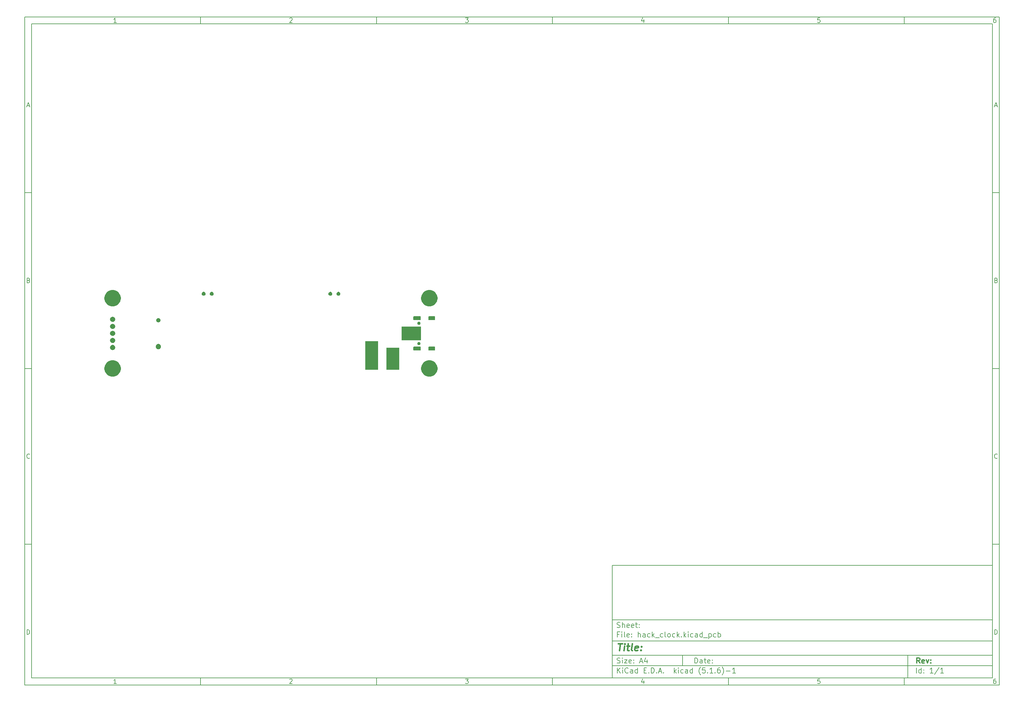
<source format=gbs>
G04 #@! TF.GenerationSoftware,KiCad,Pcbnew,(5.1.6)-1*
G04 #@! TF.CreationDate,2020-07-24T11:40:27+08:00*
G04 #@! TF.ProjectId,hack_clock,6861636b-5f63-46c6-9f63-6b2e6b696361,rev?*
G04 #@! TF.SameCoordinates,Original*
G04 #@! TF.FileFunction,Soldermask,Bot*
G04 #@! TF.FilePolarity,Negative*
%FSLAX46Y46*%
G04 Gerber Fmt 4.6, Leading zero omitted, Abs format (unit mm)*
G04 Created by KiCad (PCBNEW (5.1.6)-1) date 2020-07-24 11:40:27*
%MOMM*%
%LPD*%
G01*
G04 APERTURE LIST*
%ADD10C,0.150000*%
%ADD11C,0.300000*%
%ADD12C,0.400000*%
G04 APERTURE END LIST*
D10*
X177002200Y-166007200D02*
X177002200Y-198007200D01*
X285002200Y-198007200D01*
X285002200Y-166007200D01*
X177002200Y-166007200D01*
X10000000Y-10000000D02*
X10000000Y-200007200D01*
X287002200Y-200007200D01*
X287002200Y-10000000D01*
X10000000Y-10000000D01*
X12000000Y-12000000D02*
X12000000Y-198007200D01*
X285002200Y-198007200D01*
X285002200Y-12000000D01*
X12000000Y-12000000D01*
X60000000Y-12000000D02*
X60000000Y-10000000D01*
X110000000Y-12000000D02*
X110000000Y-10000000D01*
X160000000Y-12000000D02*
X160000000Y-10000000D01*
X210000000Y-12000000D02*
X210000000Y-10000000D01*
X260000000Y-12000000D02*
X260000000Y-10000000D01*
X36065476Y-11588095D02*
X35322619Y-11588095D01*
X35694047Y-11588095D02*
X35694047Y-10288095D01*
X35570238Y-10473809D01*
X35446428Y-10597619D01*
X35322619Y-10659523D01*
X85322619Y-10411904D02*
X85384523Y-10350000D01*
X85508333Y-10288095D01*
X85817857Y-10288095D01*
X85941666Y-10350000D01*
X86003571Y-10411904D01*
X86065476Y-10535714D01*
X86065476Y-10659523D01*
X86003571Y-10845238D01*
X85260714Y-11588095D01*
X86065476Y-11588095D01*
X135260714Y-10288095D02*
X136065476Y-10288095D01*
X135632142Y-10783333D01*
X135817857Y-10783333D01*
X135941666Y-10845238D01*
X136003571Y-10907142D01*
X136065476Y-11030952D01*
X136065476Y-11340476D01*
X136003571Y-11464285D01*
X135941666Y-11526190D01*
X135817857Y-11588095D01*
X135446428Y-11588095D01*
X135322619Y-11526190D01*
X135260714Y-11464285D01*
X185941666Y-10721428D02*
X185941666Y-11588095D01*
X185632142Y-10226190D02*
X185322619Y-11154761D01*
X186127380Y-11154761D01*
X236003571Y-10288095D02*
X235384523Y-10288095D01*
X235322619Y-10907142D01*
X235384523Y-10845238D01*
X235508333Y-10783333D01*
X235817857Y-10783333D01*
X235941666Y-10845238D01*
X236003571Y-10907142D01*
X236065476Y-11030952D01*
X236065476Y-11340476D01*
X236003571Y-11464285D01*
X235941666Y-11526190D01*
X235817857Y-11588095D01*
X235508333Y-11588095D01*
X235384523Y-11526190D01*
X235322619Y-11464285D01*
X285941666Y-10288095D02*
X285694047Y-10288095D01*
X285570238Y-10350000D01*
X285508333Y-10411904D01*
X285384523Y-10597619D01*
X285322619Y-10845238D01*
X285322619Y-11340476D01*
X285384523Y-11464285D01*
X285446428Y-11526190D01*
X285570238Y-11588095D01*
X285817857Y-11588095D01*
X285941666Y-11526190D01*
X286003571Y-11464285D01*
X286065476Y-11340476D01*
X286065476Y-11030952D01*
X286003571Y-10907142D01*
X285941666Y-10845238D01*
X285817857Y-10783333D01*
X285570238Y-10783333D01*
X285446428Y-10845238D01*
X285384523Y-10907142D01*
X285322619Y-11030952D01*
X60000000Y-198007200D02*
X60000000Y-200007200D01*
X110000000Y-198007200D02*
X110000000Y-200007200D01*
X160000000Y-198007200D02*
X160000000Y-200007200D01*
X210000000Y-198007200D02*
X210000000Y-200007200D01*
X260000000Y-198007200D02*
X260000000Y-200007200D01*
X36065476Y-199595295D02*
X35322619Y-199595295D01*
X35694047Y-199595295D02*
X35694047Y-198295295D01*
X35570238Y-198481009D01*
X35446428Y-198604819D01*
X35322619Y-198666723D01*
X85322619Y-198419104D02*
X85384523Y-198357200D01*
X85508333Y-198295295D01*
X85817857Y-198295295D01*
X85941666Y-198357200D01*
X86003571Y-198419104D01*
X86065476Y-198542914D01*
X86065476Y-198666723D01*
X86003571Y-198852438D01*
X85260714Y-199595295D01*
X86065476Y-199595295D01*
X135260714Y-198295295D02*
X136065476Y-198295295D01*
X135632142Y-198790533D01*
X135817857Y-198790533D01*
X135941666Y-198852438D01*
X136003571Y-198914342D01*
X136065476Y-199038152D01*
X136065476Y-199347676D01*
X136003571Y-199471485D01*
X135941666Y-199533390D01*
X135817857Y-199595295D01*
X135446428Y-199595295D01*
X135322619Y-199533390D01*
X135260714Y-199471485D01*
X185941666Y-198728628D02*
X185941666Y-199595295D01*
X185632142Y-198233390D02*
X185322619Y-199161961D01*
X186127380Y-199161961D01*
X236003571Y-198295295D02*
X235384523Y-198295295D01*
X235322619Y-198914342D01*
X235384523Y-198852438D01*
X235508333Y-198790533D01*
X235817857Y-198790533D01*
X235941666Y-198852438D01*
X236003571Y-198914342D01*
X236065476Y-199038152D01*
X236065476Y-199347676D01*
X236003571Y-199471485D01*
X235941666Y-199533390D01*
X235817857Y-199595295D01*
X235508333Y-199595295D01*
X235384523Y-199533390D01*
X235322619Y-199471485D01*
X285941666Y-198295295D02*
X285694047Y-198295295D01*
X285570238Y-198357200D01*
X285508333Y-198419104D01*
X285384523Y-198604819D01*
X285322619Y-198852438D01*
X285322619Y-199347676D01*
X285384523Y-199471485D01*
X285446428Y-199533390D01*
X285570238Y-199595295D01*
X285817857Y-199595295D01*
X285941666Y-199533390D01*
X286003571Y-199471485D01*
X286065476Y-199347676D01*
X286065476Y-199038152D01*
X286003571Y-198914342D01*
X285941666Y-198852438D01*
X285817857Y-198790533D01*
X285570238Y-198790533D01*
X285446428Y-198852438D01*
X285384523Y-198914342D01*
X285322619Y-199038152D01*
X10000000Y-60000000D02*
X12000000Y-60000000D01*
X10000000Y-110000000D02*
X12000000Y-110000000D01*
X10000000Y-160000000D02*
X12000000Y-160000000D01*
X10690476Y-35216666D02*
X11309523Y-35216666D01*
X10566666Y-35588095D02*
X11000000Y-34288095D01*
X11433333Y-35588095D01*
X11092857Y-84907142D02*
X11278571Y-84969047D01*
X11340476Y-85030952D01*
X11402380Y-85154761D01*
X11402380Y-85340476D01*
X11340476Y-85464285D01*
X11278571Y-85526190D01*
X11154761Y-85588095D01*
X10659523Y-85588095D01*
X10659523Y-84288095D01*
X11092857Y-84288095D01*
X11216666Y-84350000D01*
X11278571Y-84411904D01*
X11340476Y-84535714D01*
X11340476Y-84659523D01*
X11278571Y-84783333D01*
X11216666Y-84845238D01*
X11092857Y-84907142D01*
X10659523Y-84907142D01*
X11402380Y-135464285D02*
X11340476Y-135526190D01*
X11154761Y-135588095D01*
X11030952Y-135588095D01*
X10845238Y-135526190D01*
X10721428Y-135402380D01*
X10659523Y-135278571D01*
X10597619Y-135030952D01*
X10597619Y-134845238D01*
X10659523Y-134597619D01*
X10721428Y-134473809D01*
X10845238Y-134350000D01*
X11030952Y-134288095D01*
X11154761Y-134288095D01*
X11340476Y-134350000D01*
X11402380Y-134411904D01*
X10659523Y-185588095D02*
X10659523Y-184288095D01*
X10969047Y-184288095D01*
X11154761Y-184350000D01*
X11278571Y-184473809D01*
X11340476Y-184597619D01*
X11402380Y-184845238D01*
X11402380Y-185030952D01*
X11340476Y-185278571D01*
X11278571Y-185402380D01*
X11154761Y-185526190D01*
X10969047Y-185588095D01*
X10659523Y-185588095D01*
X287002200Y-60000000D02*
X285002200Y-60000000D01*
X287002200Y-110000000D02*
X285002200Y-110000000D01*
X287002200Y-160000000D02*
X285002200Y-160000000D01*
X285692676Y-35216666D02*
X286311723Y-35216666D01*
X285568866Y-35588095D02*
X286002200Y-34288095D01*
X286435533Y-35588095D01*
X286095057Y-84907142D02*
X286280771Y-84969047D01*
X286342676Y-85030952D01*
X286404580Y-85154761D01*
X286404580Y-85340476D01*
X286342676Y-85464285D01*
X286280771Y-85526190D01*
X286156961Y-85588095D01*
X285661723Y-85588095D01*
X285661723Y-84288095D01*
X286095057Y-84288095D01*
X286218866Y-84350000D01*
X286280771Y-84411904D01*
X286342676Y-84535714D01*
X286342676Y-84659523D01*
X286280771Y-84783333D01*
X286218866Y-84845238D01*
X286095057Y-84907142D01*
X285661723Y-84907142D01*
X286404580Y-135464285D02*
X286342676Y-135526190D01*
X286156961Y-135588095D01*
X286033152Y-135588095D01*
X285847438Y-135526190D01*
X285723628Y-135402380D01*
X285661723Y-135278571D01*
X285599819Y-135030952D01*
X285599819Y-134845238D01*
X285661723Y-134597619D01*
X285723628Y-134473809D01*
X285847438Y-134350000D01*
X286033152Y-134288095D01*
X286156961Y-134288095D01*
X286342676Y-134350000D01*
X286404580Y-134411904D01*
X285661723Y-185588095D02*
X285661723Y-184288095D01*
X285971247Y-184288095D01*
X286156961Y-184350000D01*
X286280771Y-184473809D01*
X286342676Y-184597619D01*
X286404580Y-184845238D01*
X286404580Y-185030952D01*
X286342676Y-185278571D01*
X286280771Y-185402380D01*
X286156961Y-185526190D01*
X285971247Y-185588095D01*
X285661723Y-185588095D01*
X200434342Y-193785771D02*
X200434342Y-192285771D01*
X200791485Y-192285771D01*
X201005771Y-192357200D01*
X201148628Y-192500057D01*
X201220057Y-192642914D01*
X201291485Y-192928628D01*
X201291485Y-193142914D01*
X201220057Y-193428628D01*
X201148628Y-193571485D01*
X201005771Y-193714342D01*
X200791485Y-193785771D01*
X200434342Y-193785771D01*
X202577200Y-193785771D02*
X202577200Y-193000057D01*
X202505771Y-192857200D01*
X202362914Y-192785771D01*
X202077200Y-192785771D01*
X201934342Y-192857200D01*
X202577200Y-193714342D02*
X202434342Y-193785771D01*
X202077200Y-193785771D01*
X201934342Y-193714342D01*
X201862914Y-193571485D01*
X201862914Y-193428628D01*
X201934342Y-193285771D01*
X202077200Y-193214342D01*
X202434342Y-193214342D01*
X202577200Y-193142914D01*
X203077200Y-192785771D02*
X203648628Y-192785771D01*
X203291485Y-192285771D02*
X203291485Y-193571485D01*
X203362914Y-193714342D01*
X203505771Y-193785771D01*
X203648628Y-193785771D01*
X204720057Y-193714342D02*
X204577200Y-193785771D01*
X204291485Y-193785771D01*
X204148628Y-193714342D01*
X204077200Y-193571485D01*
X204077200Y-193000057D01*
X204148628Y-192857200D01*
X204291485Y-192785771D01*
X204577200Y-192785771D01*
X204720057Y-192857200D01*
X204791485Y-193000057D01*
X204791485Y-193142914D01*
X204077200Y-193285771D01*
X205434342Y-193642914D02*
X205505771Y-193714342D01*
X205434342Y-193785771D01*
X205362914Y-193714342D01*
X205434342Y-193642914D01*
X205434342Y-193785771D01*
X205434342Y-192857200D02*
X205505771Y-192928628D01*
X205434342Y-193000057D01*
X205362914Y-192928628D01*
X205434342Y-192857200D01*
X205434342Y-193000057D01*
X177002200Y-194507200D02*
X285002200Y-194507200D01*
X178434342Y-196585771D02*
X178434342Y-195085771D01*
X179291485Y-196585771D02*
X178648628Y-195728628D01*
X179291485Y-195085771D02*
X178434342Y-195942914D01*
X179934342Y-196585771D02*
X179934342Y-195585771D01*
X179934342Y-195085771D02*
X179862914Y-195157200D01*
X179934342Y-195228628D01*
X180005771Y-195157200D01*
X179934342Y-195085771D01*
X179934342Y-195228628D01*
X181505771Y-196442914D02*
X181434342Y-196514342D01*
X181220057Y-196585771D01*
X181077200Y-196585771D01*
X180862914Y-196514342D01*
X180720057Y-196371485D01*
X180648628Y-196228628D01*
X180577200Y-195942914D01*
X180577200Y-195728628D01*
X180648628Y-195442914D01*
X180720057Y-195300057D01*
X180862914Y-195157200D01*
X181077200Y-195085771D01*
X181220057Y-195085771D01*
X181434342Y-195157200D01*
X181505771Y-195228628D01*
X182791485Y-196585771D02*
X182791485Y-195800057D01*
X182720057Y-195657200D01*
X182577200Y-195585771D01*
X182291485Y-195585771D01*
X182148628Y-195657200D01*
X182791485Y-196514342D02*
X182648628Y-196585771D01*
X182291485Y-196585771D01*
X182148628Y-196514342D01*
X182077200Y-196371485D01*
X182077200Y-196228628D01*
X182148628Y-196085771D01*
X182291485Y-196014342D01*
X182648628Y-196014342D01*
X182791485Y-195942914D01*
X184148628Y-196585771D02*
X184148628Y-195085771D01*
X184148628Y-196514342D02*
X184005771Y-196585771D01*
X183720057Y-196585771D01*
X183577200Y-196514342D01*
X183505771Y-196442914D01*
X183434342Y-196300057D01*
X183434342Y-195871485D01*
X183505771Y-195728628D01*
X183577200Y-195657200D01*
X183720057Y-195585771D01*
X184005771Y-195585771D01*
X184148628Y-195657200D01*
X186005771Y-195800057D02*
X186505771Y-195800057D01*
X186720057Y-196585771D02*
X186005771Y-196585771D01*
X186005771Y-195085771D01*
X186720057Y-195085771D01*
X187362914Y-196442914D02*
X187434342Y-196514342D01*
X187362914Y-196585771D01*
X187291485Y-196514342D01*
X187362914Y-196442914D01*
X187362914Y-196585771D01*
X188077200Y-196585771D02*
X188077200Y-195085771D01*
X188434342Y-195085771D01*
X188648628Y-195157200D01*
X188791485Y-195300057D01*
X188862914Y-195442914D01*
X188934342Y-195728628D01*
X188934342Y-195942914D01*
X188862914Y-196228628D01*
X188791485Y-196371485D01*
X188648628Y-196514342D01*
X188434342Y-196585771D01*
X188077200Y-196585771D01*
X189577200Y-196442914D02*
X189648628Y-196514342D01*
X189577200Y-196585771D01*
X189505771Y-196514342D01*
X189577200Y-196442914D01*
X189577200Y-196585771D01*
X190220057Y-196157200D02*
X190934342Y-196157200D01*
X190077200Y-196585771D02*
X190577200Y-195085771D01*
X191077200Y-196585771D01*
X191577200Y-196442914D02*
X191648628Y-196514342D01*
X191577200Y-196585771D01*
X191505771Y-196514342D01*
X191577200Y-196442914D01*
X191577200Y-196585771D01*
X194577200Y-196585771D02*
X194577200Y-195085771D01*
X194720057Y-196014342D02*
X195148628Y-196585771D01*
X195148628Y-195585771D02*
X194577200Y-196157200D01*
X195791485Y-196585771D02*
X195791485Y-195585771D01*
X195791485Y-195085771D02*
X195720057Y-195157200D01*
X195791485Y-195228628D01*
X195862914Y-195157200D01*
X195791485Y-195085771D01*
X195791485Y-195228628D01*
X197148628Y-196514342D02*
X197005771Y-196585771D01*
X196720057Y-196585771D01*
X196577200Y-196514342D01*
X196505771Y-196442914D01*
X196434342Y-196300057D01*
X196434342Y-195871485D01*
X196505771Y-195728628D01*
X196577200Y-195657200D01*
X196720057Y-195585771D01*
X197005771Y-195585771D01*
X197148628Y-195657200D01*
X198434342Y-196585771D02*
X198434342Y-195800057D01*
X198362914Y-195657200D01*
X198220057Y-195585771D01*
X197934342Y-195585771D01*
X197791485Y-195657200D01*
X198434342Y-196514342D02*
X198291485Y-196585771D01*
X197934342Y-196585771D01*
X197791485Y-196514342D01*
X197720057Y-196371485D01*
X197720057Y-196228628D01*
X197791485Y-196085771D01*
X197934342Y-196014342D01*
X198291485Y-196014342D01*
X198434342Y-195942914D01*
X199791485Y-196585771D02*
X199791485Y-195085771D01*
X199791485Y-196514342D02*
X199648628Y-196585771D01*
X199362914Y-196585771D01*
X199220057Y-196514342D01*
X199148628Y-196442914D01*
X199077200Y-196300057D01*
X199077200Y-195871485D01*
X199148628Y-195728628D01*
X199220057Y-195657200D01*
X199362914Y-195585771D01*
X199648628Y-195585771D01*
X199791485Y-195657200D01*
X202077200Y-197157200D02*
X202005771Y-197085771D01*
X201862914Y-196871485D01*
X201791485Y-196728628D01*
X201720057Y-196514342D01*
X201648628Y-196157200D01*
X201648628Y-195871485D01*
X201720057Y-195514342D01*
X201791485Y-195300057D01*
X201862914Y-195157200D01*
X202005771Y-194942914D01*
X202077200Y-194871485D01*
X203362914Y-195085771D02*
X202648628Y-195085771D01*
X202577200Y-195800057D01*
X202648628Y-195728628D01*
X202791485Y-195657200D01*
X203148628Y-195657200D01*
X203291485Y-195728628D01*
X203362914Y-195800057D01*
X203434342Y-195942914D01*
X203434342Y-196300057D01*
X203362914Y-196442914D01*
X203291485Y-196514342D01*
X203148628Y-196585771D01*
X202791485Y-196585771D01*
X202648628Y-196514342D01*
X202577200Y-196442914D01*
X204077200Y-196442914D02*
X204148628Y-196514342D01*
X204077200Y-196585771D01*
X204005771Y-196514342D01*
X204077200Y-196442914D01*
X204077200Y-196585771D01*
X205577200Y-196585771D02*
X204720057Y-196585771D01*
X205148628Y-196585771D02*
X205148628Y-195085771D01*
X205005771Y-195300057D01*
X204862914Y-195442914D01*
X204720057Y-195514342D01*
X206220057Y-196442914D02*
X206291485Y-196514342D01*
X206220057Y-196585771D01*
X206148628Y-196514342D01*
X206220057Y-196442914D01*
X206220057Y-196585771D01*
X207577200Y-195085771D02*
X207291485Y-195085771D01*
X207148628Y-195157200D01*
X207077200Y-195228628D01*
X206934342Y-195442914D01*
X206862914Y-195728628D01*
X206862914Y-196300057D01*
X206934342Y-196442914D01*
X207005771Y-196514342D01*
X207148628Y-196585771D01*
X207434342Y-196585771D01*
X207577200Y-196514342D01*
X207648628Y-196442914D01*
X207720057Y-196300057D01*
X207720057Y-195942914D01*
X207648628Y-195800057D01*
X207577200Y-195728628D01*
X207434342Y-195657200D01*
X207148628Y-195657200D01*
X207005771Y-195728628D01*
X206934342Y-195800057D01*
X206862914Y-195942914D01*
X208220057Y-197157200D02*
X208291485Y-197085771D01*
X208434342Y-196871485D01*
X208505771Y-196728628D01*
X208577200Y-196514342D01*
X208648628Y-196157200D01*
X208648628Y-195871485D01*
X208577200Y-195514342D01*
X208505771Y-195300057D01*
X208434342Y-195157200D01*
X208291485Y-194942914D01*
X208220057Y-194871485D01*
X209362914Y-196014342D02*
X210505771Y-196014342D01*
X212005771Y-196585771D02*
X211148628Y-196585771D01*
X211577200Y-196585771D02*
X211577200Y-195085771D01*
X211434342Y-195300057D01*
X211291485Y-195442914D01*
X211148628Y-195514342D01*
X177002200Y-191507200D02*
X285002200Y-191507200D01*
D11*
X264411485Y-193785771D02*
X263911485Y-193071485D01*
X263554342Y-193785771D02*
X263554342Y-192285771D01*
X264125771Y-192285771D01*
X264268628Y-192357200D01*
X264340057Y-192428628D01*
X264411485Y-192571485D01*
X264411485Y-192785771D01*
X264340057Y-192928628D01*
X264268628Y-193000057D01*
X264125771Y-193071485D01*
X263554342Y-193071485D01*
X265625771Y-193714342D02*
X265482914Y-193785771D01*
X265197200Y-193785771D01*
X265054342Y-193714342D01*
X264982914Y-193571485D01*
X264982914Y-193000057D01*
X265054342Y-192857200D01*
X265197200Y-192785771D01*
X265482914Y-192785771D01*
X265625771Y-192857200D01*
X265697200Y-193000057D01*
X265697200Y-193142914D01*
X264982914Y-193285771D01*
X266197200Y-192785771D02*
X266554342Y-193785771D01*
X266911485Y-192785771D01*
X267482914Y-193642914D02*
X267554342Y-193714342D01*
X267482914Y-193785771D01*
X267411485Y-193714342D01*
X267482914Y-193642914D01*
X267482914Y-193785771D01*
X267482914Y-192857200D02*
X267554342Y-192928628D01*
X267482914Y-193000057D01*
X267411485Y-192928628D01*
X267482914Y-192857200D01*
X267482914Y-193000057D01*
D10*
X178362914Y-193714342D02*
X178577200Y-193785771D01*
X178934342Y-193785771D01*
X179077200Y-193714342D01*
X179148628Y-193642914D01*
X179220057Y-193500057D01*
X179220057Y-193357200D01*
X179148628Y-193214342D01*
X179077200Y-193142914D01*
X178934342Y-193071485D01*
X178648628Y-193000057D01*
X178505771Y-192928628D01*
X178434342Y-192857200D01*
X178362914Y-192714342D01*
X178362914Y-192571485D01*
X178434342Y-192428628D01*
X178505771Y-192357200D01*
X178648628Y-192285771D01*
X179005771Y-192285771D01*
X179220057Y-192357200D01*
X179862914Y-193785771D02*
X179862914Y-192785771D01*
X179862914Y-192285771D02*
X179791485Y-192357200D01*
X179862914Y-192428628D01*
X179934342Y-192357200D01*
X179862914Y-192285771D01*
X179862914Y-192428628D01*
X180434342Y-192785771D02*
X181220057Y-192785771D01*
X180434342Y-193785771D01*
X181220057Y-193785771D01*
X182362914Y-193714342D02*
X182220057Y-193785771D01*
X181934342Y-193785771D01*
X181791485Y-193714342D01*
X181720057Y-193571485D01*
X181720057Y-193000057D01*
X181791485Y-192857200D01*
X181934342Y-192785771D01*
X182220057Y-192785771D01*
X182362914Y-192857200D01*
X182434342Y-193000057D01*
X182434342Y-193142914D01*
X181720057Y-193285771D01*
X183077200Y-193642914D02*
X183148628Y-193714342D01*
X183077200Y-193785771D01*
X183005771Y-193714342D01*
X183077200Y-193642914D01*
X183077200Y-193785771D01*
X183077200Y-192857200D02*
X183148628Y-192928628D01*
X183077200Y-193000057D01*
X183005771Y-192928628D01*
X183077200Y-192857200D01*
X183077200Y-193000057D01*
X184862914Y-193357200D02*
X185577200Y-193357200D01*
X184720057Y-193785771D02*
X185220057Y-192285771D01*
X185720057Y-193785771D01*
X186862914Y-192785771D02*
X186862914Y-193785771D01*
X186505771Y-192214342D02*
X186148628Y-193285771D01*
X187077200Y-193285771D01*
X263434342Y-196585771D02*
X263434342Y-195085771D01*
X264791485Y-196585771D02*
X264791485Y-195085771D01*
X264791485Y-196514342D02*
X264648628Y-196585771D01*
X264362914Y-196585771D01*
X264220057Y-196514342D01*
X264148628Y-196442914D01*
X264077200Y-196300057D01*
X264077200Y-195871485D01*
X264148628Y-195728628D01*
X264220057Y-195657200D01*
X264362914Y-195585771D01*
X264648628Y-195585771D01*
X264791485Y-195657200D01*
X265505771Y-196442914D02*
X265577200Y-196514342D01*
X265505771Y-196585771D01*
X265434342Y-196514342D01*
X265505771Y-196442914D01*
X265505771Y-196585771D01*
X265505771Y-195657200D02*
X265577200Y-195728628D01*
X265505771Y-195800057D01*
X265434342Y-195728628D01*
X265505771Y-195657200D01*
X265505771Y-195800057D01*
X268148628Y-196585771D02*
X267291485Y-196585771D01*
X267720057Y-196585771D02*
X267720057Y-195085771D01*
X267577200Y-195300057D01*
X267434342Y-195442914D01*
X267291485Y-195514342D01*
X269862914Y-195014342D02*
X268577200Y-196942914D01*
X271148628Y-196585771D02*
X270291485Y-196585771D01*
X270720057Y-196585771D02*
X270720057Y-195085771D01*
X270577200Y-195300057D01*
X270434342Y-195442914D01*
X270291485Y-195514342D01*
X177002200Y-187507200D02*
X285002200Y-187507200D01*
D12*
X178714580Y-188211961D02*
X179857438Y-188211961D01*
X179036009Y-190211961D02*
X179286009Y-188211961D01*
X180274104Y-190211961D02*
X180440771Y-188878628D01*
X180524104Y-188211961D02*
X180416961Y-188307200D01*
X180500295Y-188402438D01*
X180607438Y-188307200D01*
X180524104Y-188211961D01*
X180500295Y-188402438D01*
X181107438Y-188878628D02*
X181869342Y-188878628D01*
X181476485Y-188211961D02*
X181262200Y-189926247D01*
X181333628Y-190116723D01*
X181512200Y-190211961D01*
X181702676Y-190211961D01*
X182655057Y-190211961D02*
X182476485Y-190116723D01*
X182405057Y-189926247D01*
X182619342Y-188211961D01*
X184190771Y-190116723D02*
X183988390Y-190211961D01*
X183607438Y-190211961D01*
X183428866Y-190116723D01*
X183357438Y-189926247D01*
X183452676Y-189164342D01*
X183571723Y-188973866D01*
X183774104Y-188878628D01*
X184155057Y-188878628D01*
X184333628Y-188973866D01*
X184405057Y-189164342D01*
X184381247Y-189354819D01*
X183405057Y-189545295D01*
X185155057Y-190021485D02*
X185238390Y-190116723D01*
X185131247Y-190211961D01*
X185047914Y-190116723D01*
X185155057Y-190021485D01*
X185131247Y-190211961D01*
X185286009Y-188973866D02*
X185369342Y-189069104D01*
X185262200Y-189164342D01*
X185178866Y-189069104D01*
X185286009Y-188973866D01*
X185262200Y-189164342D01*
D10*
X178934342Y-185600057D02*
X178434342Y-185600057D01*
X178434342Y-186385771D02*
X178434342Y-184885771D01*
X179148628Y-184885771D01*
X179720057Y-186385771D02*
X179720057Y-185385771D01*
X179720057Y-184885771D02*
X179648628Y-184957200D01*
X179720057Y-185028628D01*
X179791485Y-184957200D01*
X179720057Y-184885771D01*
X179720057Y-185028628D01*
X180648628Y-186385771D02*
X180505771Y-186314342D01*
X180434342Y-186171485D01*
X180434342Y-184885771D01*
X181791485Y-186314342D02*
X181648628Y-186385771D01*
X181362914Y-186385771D01*
X181220057Y-186314342D01*
X181148628Y-186171485D01*
X181148628Y-185600057D01*
X181220057Y-185457200D01*
X181362914Y-185385771D01*
X181648628Y-185385771D01*
X181791485Y-185457200D01*
X181862914Y-185600057D01*
X181862914Y-185742914D01*
X181148628Y-185885771D01*
X182505771Y-186242914D02*
X182577200Y-186314342D01*
X182505771Y-186385771D01*
X182434342Y-186314342D01*
X182505771Y-186242914D01*
X182505771Y-186385771D01*
X182505771Y-185457200D02*
X182577200Y-185528628D01*
X182505771Y-185600057D01*
X182434342Y-185528628D01*
X182505771Y-185457200D01*
X182505771Y-185600057D01*
X184362914Y-186385771D02*
X184362914Y-184885771D01*
X185005771Y-186385771D02*
X185005771Y-185600057D01*
X184934342Y-185457200D01*
X184791485Y-185385771D01*
X184577200Y-185385771D01*
X184434342Y-185457200D01*
X184362914Y-185528628D01*
X186362914Y-186385771D02*
X186362914Y-185600057D01*
X186291485Y-185457200D01*
X186148628Y-185385771D01*
X185862914Y-185385771D01*
X185720057Y-185457200D01*
X186362914Y-186314342D02*
X186220057Y-186385771D01*
X185862914Y-186385771D01*
X185720057Y-186314342D01*
X185648628Y-186171485D01*
X185648628Y-186028628D01*
X185720057Y-185885771D01*
X185862914Y-185814342D01*
X186220057Y-185814342D01*
X186362914Y-185742914D01*
X187720057Y-186314342D02*
X187577200Y-186385771D01*
X187291485Y-186385771D01*
X187148628Y-186314342D01*
X187077200Y-186242914D01*
X187005771Y-186100057D01*
X187005771Y-185671485D01*
X187077200Y-185528628D01*
X187148628Y-185457200D01*
X187291485Y-185385771D01*
X187577200Y-185385771D01*
X187720057Y-185457200D01*
X188362914Y-186385771D02*
X188362914Y-184885771D01*
X188505771Y-185814342D02*
X188934342Y-186385771D01*
X188934342Y-185385771D02*
X188362914Y-185957200D01*
X189220057Y-186528628D02*
X190362914Y-186528628D01*
X191362914Y-186314342D02*
X191220057Y-186385771D01*
X190934342Y-186385771D01*
X190791485Y-186314342D01*
X190720057Y-186242914D01*
X190648628Y-186100057D01*
X190648628Y-185671485D01*
X190720057Y-185528628D01*
X190791485Y-185457200D01*
X190934342Y-185385771D01*
X191220057Y-185385771D01*
X191362914Y-185457200D01*
X192220057Y-186385771D02*
X192077200Y-186314342D01*
X192005771Y-186171485D01*
X192005771Y-184885771D01*
X193005771Y-186385771D02*
X192862914Y-186314342D01*
X192791485Y-186242914D01*
X192720057Y-186100057D01*
X192720057Y-185671485D01*
X192791485Y-185528628D01*
X192862914Y-185457200D01*
X193005771Y-185385771D01*
X193220057Y-185385771D01*
X193362914Y-185457200D01*
X193434342Y-185528628D01*
X193505771Y-185671485D01*
X193505771Y-186100057D01*
X193434342Y-186242914D01*
X193362914Y-186314342D01*
X193220057Y-186385771D01*
X193005771Y-186385771D01*
X194791485Y-186314342D02*
X194648628Y-186385771D01*
X194362914Y-186385771D01*
X194220057Y-186314342D01*
X194148628Y-186242914D01*
X194077200Y-186100057D01*
X194077200Y-185671485D01*
X194148628Y-185528628D01*
X194220057Y-185457200D01*
X194362914Y-185385771D01*
X194648628Y-185385771D01*
X194791485Y-185457200D01*
X195434342Y-186385771D02*
X195434342Y-184885771D01*
X195577200Y-185814342D02*
X196005771Y-186385771D01*
X196005771Y-185385771D02*
X195434342Y-185957200D01*
X196648628Y-186242914D02*
X196720057Y-186314342D01*
X196648628Y-186385771D01*
X196577200Y-186314342D01*
X196648628Y-186242914D01*
X196648628Y-186385771D01*
X197362914Y-186385771D02*
X197362914Y-184885771D01*
X197505771Y-185814342D02*
X197934342Y-186385771D01*
X197934342Y-185385771D02*
X197362914Y-185957200D01*
X198577200Y-186385771D02*
X198577200Y-185385771D01*
X198577200Y-184885771D02*
X198505771Y-184957200D01*
X198577200Y-185028628D01*
X198648628Y-184957200D01*
X198577200Y-184885771D01*
X198577200Y-185028628D01*
X199934342Y-186314342D02*
X199791485Y-186385771D01*
X199505771Y-186385771D01*
X199362914Y-186314342D01*
X199291485Y-186242914D01*
X199220057Y-186100057D01*
X199220057Y-185671485D01*
X199291485Y-185528628D01*
X199362914Y-185457200D01*
X199505771Y-185385771D01*
X199791485Y-185385771D01*
X199934342Y-185457200D01*
X201220057Y-186385771D02*
X201220057Y-185600057D01*
X201148628Y-185457200D01*
X201005771Y-185385771D01*
X200720057Y-185385771D01*
X200577200Y-185457200D01*
X201220057Y-186314342D02*
X201077200Y-186385771D01*
X200720057Y-186385771D01*
X200577200Y-186314342D01*
X200505771Y-186171485D01*
X200505771Y-186028628D01*
X200577200Y-185885771D01*
X200720057Y-185814342D01*
X201077200Y-185814342D01*
X201220057Y-185742914D01*
X202577200Y-186385771D02*
X202577200Y-184885771D01*
X202577200Y-186314342D02*
X202434342Y-186385771D01*
X202148628Y-186385771D01*
X202005771Y-186314342D01*
X201934342Y-186242914D01*
X201862914Y-186100057D01*
X201862914Y-185671485D01*
X201934342Y-185528628D01*
X202005771Y-185457200D01*
X202148628Y-185385771D01*
X202434342Y-185385771D01*
X202577200Y-185457200D01*
X202934342Y-186528628D02*
X204077200Y-186528628D01*
X204434342Y-185385771D02*
X204434342Y-186885771D01*
X204434342Y-185457200D02*
X204577200Y-185385771D01*
X204862914Y-185385771D01*
X205005771Y-185457200D01*
X205077200Y-185528628D01*
X205148628Y-185671485D01*
X205148628Y-186100057D01*
X205077200Y-186242914D01*
X205005771Y-186314342D01*
X204862914Y-186385771D01*
X204577200Y-186385771D01*
X204434342Y-186314342D01*
X206434342Y-186314342D02*
X206291485Y-186385771D01*
X206005771Y-186385771D01*
X205862914Y-186314342D01*
X205791485Y-186242914D01*
X205720057Y-186100057D01*
X205720057Y-185671485D01*
X205791485Y-185528628D01*
X205862914Y-185457200D01*
X206005771Y-185385771D01*
X206291485Y-185385771D01*
X206434342Y-185457200D01*
X207077200Y-186385771D02*
X207077200Y-184885771D01*
X207077200Y-185457200D02*
X207220057Y-185385771D01*
X207505771Y-185385771D01*
X207648628Y-185457200D01*
X207720057Y-185528628D01*
X207791485Y-185671485D01*
X207791485Y-186100057D01*
X207720057Y-186242914D01*
X207648628Y-186314342D01*
X207505771Y-186385771D01*
X207220057Y-186385771D01*
X207077200Y-186314342D01*
X177002200Y-181507200D02*
X285002200Y-181507200D01*
X178362914Y-183614342D02*
X178577200Y-183685771D01*
X178934342Y-183685771D01*
X179077200Y-183614342D01*
X179148628Y-183542914D01*
X179220057Y-183400057D01*
X179220057Y-183257200D01*
X179148628Y-183114342D01*
X179077200Y-183042914D01*
X178934342Y-182971485D01*
X178648628Y-182900057D01*
X178505771Y-182828628D01*
X178434342Y-182757200D01*
X178362914Y-182614342D01*
X178362914Y-182471485D01*
X178434342Y-182328628D01*
X178505771Y-182257200D01*
X178648628Y-182185771D01*
X179005771Y-182185771D01*
X179220057Y-182257200D01*
X179862914Y-183685771D02*
X179862914Y-182185771D01*
X180505771Y-183685771D02*
X180505771Y-182900057D01*
X180434342Y-182757200D01*
X180291485Y-182685771D01*
X180077200Y-182685771D01*
X179934342Y-182757200D01*
X179862914Y-182828628D01*
X181791485Y-183614342D02*
X181648628Y-183685771D01*
X181362914Y-183685771D01*
X181220057Y-183614342D01*
X181148628Y-183471485D01*
X181148628Y-182900057D01*
X181220057Y-182757200D01*
X181362914Y-182685771D01*
X181648628Y-182685771D01*
X181791485Y-182757200D01*
X181862914Y-182900057D01*
X181862914Y-183042914D01*
X181148628Y-183185771D01*
X183077200Y-183614342D02*
X182934342Y-183685771D01*
X182648628Y-183685771D01*
X182505771Y-183614342D01*
X182434342Y-183471485D01*
X182434342Y-182900057D01*
X182505771Y-182757200D01*
X182648628Y-182685771D01*
X182934342Y-182685771D01*
X183077200Y-182757200D01*
X183148628Y-182900057D01*
X183148628Y-183042914D01*
X182434342Y-183185771D01*
X183577200Y-182685771D02*
X184148628Y-182685771D01*
X183791485Y-182185771D02*
X183791485Y-183471485D01*
X183862914Y-183614342D01*
X184005771Y-183685771D01*
X184148628Y-183685771D01*
X184648628Y-183542914D02*
X184720057Y-183614342D01*
X184648628Y-183685771D01*
X184577200Y-183614342D01*
X184648628Y-183542914D01*
X184648628Y-183685771D01*
X184648628Y-182757200D02*
X184720057Y-182828628D01*
X184648628Y-182900057D01*
X184577200Y-182828628D01*
X184648628Y-182757200D01*
X184648628Y-182900057D01*
X197002200Y-191507200D02*
X197002200Y-194507200D01*
X261002200Y-191507200D02*
X261002200Y-198007200D01*
G36*
X125679927Y-107758578D02*
G01*
X125855643Y-107831362D01*
X126104143Y-107934294D01*
X126485926Y-108189394D01*
X126810606Y-108514074D01*
X127065706Y-108895857D01*
X127168638Y-109144357D01*
X127241422Y-109320073D01*
X127331000Y-109770415D01*
X127331000Y-110229585D01*
X127241422Y-110679927D01*
X127168638Y-110855643D01*
X127065706Y-111104143D01*
X126810606Y-111485926D01*
X126485926Y-111810606D01*
X126104143Y-112065706D01*
X125855643Y-112168638D01*
X125679927Y-112241422D01*
X125229585Y-112331000D01*
X124770415Y-112331000D01*
X124320073Y-112241422D01*
X124144357Y-112168638D01*
X123895857Y-112065706D01*
X123514074Y-111810606D01*
X123189394Y-111485926D01*
X122934294Y-111104143D01*
X122831362Y-110855643D01*
X122758578Y-110679927D01*
X122669000Y-110229585D01*
X122669000Y-109770415D01*
X122758578Y-109320073D01*
X122831362Y-109144357D01*
X122934294Y-108895857D01*
X123189394Y-108514074D01*
X123514074Y-108189394D01*
X123895857Y-107934294D01*
X124144357Y-107831362D01*
X124320073Y-107758578D01*
X124770415Y-107669000D01*
X125229585Y-107669000D01*
X125679927Y-107758578D01*
G37*
G36*
X35679927Y-107758578D02*
G01*
X35855643Y-107831362D01*
X36104143Y-107934294D01*
X36485926Y-108189394D01*
X36810606Y-108514074D01*
X37065706Y-108895857D01*
X37168638Y-109144357D01*
X37241422Y-109320073D01*
X37331000Y-109770415D01*
X37331000Y-110229585D01*
X37241422Y-110679927D01*
X37168638Y-110855643D01*
X37065706Y-111104143D01*
X36810606Y-111485926D01*
X36485926Y-111810606D01*
X36104143Y-112065706D01*
X35855643Y-112168638D01*
X35679927Y-112241422D01*
X35229585Y-112331000D01*
X34770415Y-112331000D01*
X34320073Y-112241422D01*
X34144357Y-112168638D01*
X33895857Y-112065706D01*
X33514074Y-111810606D01*
X33189394Y-111485926D01*
X32934294Y-111104143D01*
X32831362Y-110855643D01*
X32758578Y-110679927D01*
X32669000Y-110229585D01*
X32669000Y-109770415D01*
X32758578Y-109320073D01*
X32831362Y-109144357D01*
X32934294Y-108895857D01*
X33189394Y-108514074D01*
X33514074Y-108189394D01*
X33895857Y-107934294D01*
X34144357Y-107831362D01*
X34320073Y-107758578D01*
X34770415Y-107669000D01*
X35229585Y-107669000D01*
X35679927Y-107758578D01*
G37*
G36*
X110401000Y-110351000D02*
G01*
X106799000Y-110351000D01*
X106799000Y-102249000D01*
X110401000Y-102249000D01*
X110401000Y-110351000D01*
G37*
G36*
X116451000Y-110351000D02*
G01*
X112849000Y-110351000D01*
X112849000Y-104049000D01*
X116451000Y-104049000D01*
X116451000Y-110351000D01*
G37*
G36*
X122394434Y-103773686D02*
G01*
X122434284Y-103785774D01*
X122470999Y-103805399D01*
X122503186Y-103831814D01*
X122529601Y-103864001D01*
X122549226Y-103900716D01*
X122561314Y-103940566D01*
X122566000Y-103988141D01*
X122566000Y-104651859D01*
X122561314Y-104699434D01*
X122549226Y-104739284D01*
X122529601Y-104775999D01*
X122503186Y-104808186D01*
X122470999Y-104834601D01*
X122434284Y-104854226D01*
X122394434Y-104866314D01*
X122346859Y-104871000D01*
X120683141Y-104871000D01*
X120635566Y-104866314D01*
X120595716Y-104854226D01*
X120559001Y-104834601D01*
X120526814Y-104808186D01*
X120500399Y-104775999D01*
X120480774Y-104739284D01*
X120468686Y-104699434D01*
X120464000Y-104651859D01*
X120464000Y-103988141D01*
X120468686Y-103940566D01*
X120480774Y-103900716D01*
X120500399Y-103864001D01*
X120526814Y-103831814D01*
X120559001Y-103805399D01*
X120595716Y-103785774D01*
X120635566Y-103773686D01*
X120683141Y-103769000D01*
X122346859Y-103769000D01*
X122394434Y-103773686D01*
G37*
G36*
X126474434Y-103773686D02*
G01*
X126514284Y-103785774D01*
X126550999Y-103805399D01*
X126583186Y-103831814D01*
X126609601Y-103864001D01*
X126629226Y-103900716D01*
X126641314Y-103940566D01*
X126646000Y-103988141D01*
X126646000Y-104651859D01*
X126641314Y-104699434D01*
X126629226Y-104739284D01*
X126609601Y-104775999D01*
X126583186Y-104808186D01*
X126550999Y-104834601D01*
X126514284Y-104854226D01*
X126474434Y-104866314D01*
X126426859Y-104871000D01*
X124963141Y-104871000D01*
X124915566Y-104866314D01*
X124875716Y-104854226D01*
X124839001Y-104834601D01*
X124806814Y-104808186D01*
X124780399Y-104775999D01*
X124760774Y-104739284D01*
X124748686Y-104699434D01*
X124744000Y-104651859D01*
X124744000Y-103988141D01*
X124748686Y-103940566D01*
X124760774Y-103900716D01*
X124780399Y-103864001D01*
X124806814Y-103831814D01*
X124839001Y-103805399D01*
X124875716Y-103785774D01*
X124915566Y-103773686D01*
X124963141Y-103769000D01*
X126426859Y-103769000D01*
X126474434Y-103773686D01*
G37*
G36*
X35211766Y-103301899D02*
G01*
X35343888Y-103356626D01*
X35343890Y-103356627D01*
X35462798Y-103436079D01*
X35563921Y-103537202D01*
X35563922Y-103537204D01*
X35643374Y-103656112D01*
X35698101Y-103788234D01*
X35726000Y-103928494D01*
X35726000Y-104071506D01*
X35698101Y-104211766D01*
X35643374Y-104343888D01*
X35643373Y-104343890D01*
X35563921Y-104462798D01*
X35462798Y-104563921D01*
X35343890Y-104643373D01*
X35343889Y-104643374D01*
X35343888Y-104643374D01*
X35211766Y-104698101D01*
X35071506Y-104726000D01*
X34928494Y-104726000D01*
X34788234Y-104698101D01*
X34656112Y-104643374D01*
X34656111Y-104643374D01*
X34656110Y-104643373D01*
X34537202Y-104563921D01*
X34436079Y-104462798D01*
X34356627Y-104343890D01*
X34356626Y-104343888D01*
X34301899Y-104211766D01*
X34274000Y-104071506D01*
X34274000Y-103928494D01*
X34301899Y-103788234D01*
X34356626Y-103656112D01*
X34436078Y-103537204D01*
X34436079Y-103537202D01*
X34537202Y-103436079D01*
X34656110Y-103356627D01*
X34656112Y-103356626D01*
X34788234Y-103301899D01*
X34928494Y-103274000D01*
X35071506Y-103274000D01*
X35211766Y-103301899D01*
G37*
G36*
X48187346Y-103021552D02*
G01*
X48219059Y-103027860D01*
X48355732Y-103084472D01*
X48478735Y-103166660D01*
X48583340Y-103271265D01*
X48618355Y-103323669D01*
X48665529Y-103394270D01*
X48722140Y-103530941D01*
X48751000Y-103676032D01*
X48751000Y-103823968D01*
X48722140Y-103969059D01*
X48665528Y-104105732D01*
X48583340Y-104228735D01*
X48478735Y-104333340D01*
X48355732Y-104415528D01*
X48355731Y-104415529D01*
X48355730Y-104415529D01*
X48219059Y-104472140D01*
X48073968Y-104501000D01*
X47926032Y-104501000D01*
X47780941Y-104472140D01*
X47644270Y-104415529D01*
X47644269Y-104415529D01*
X47644268Y-104415528D01*
X47521265Y-104333340D01*
X47416660Y-104228735D01*
X47334472Y-104105732D01*
X47277860Y-103969059D01*
X47249000Y-103823968D01*
X47249000Y-103676032D01*
X47277860Y-103530941D01*
X47334471Y-103394270D01*
X47381645Y-103323669D01*
X47416660Y-103271265D01*
X47521265Y-103166660D01*
X47644268Y-103084472D01*
X47780941Y-103027860D01*
X47812654Y-103021552D01*
X47926032Y-102999000D01*
X48073968Y-102999000D01*
X48187346Y-103021552D01*
G37*
G36*
X122176552Y-102456331D02*
G01*
X122258627Y-102490328D01*
X122258629Y-102490329D01*
X122295813Y-102515175D01*
X122332495Y-102539685D01*
X122395315Y-102602505D01*
X122444672Y-102676373D01*
X122478669Y-102758448D01*
X122496000Y-102845579D01*
X122496000Y-102934421D01*
X122478669Y-103021552D01*
X122444672Y-103103627D01*
X122402555Y-103166660D01*
X122395314Y-103177496D01*
X122332496Y-103240314D01*
X122258629Y-103289671D01*
X122258628Y-103289672D01*
X122258627Y-103289672D01*
X122176552Y-103323669D01*
X122089421Y-103341000D01*
X122000579Y-103341000D01*
X121913448Y-103323669D01*
X121831373Y-103289672D01*
X121831372Y-103289672D01*
X121831371Y-103289671D01*
X121757504Y-103240314D01*
X121694686Y-103177496D01*
X121687446Y-103166660D01*
X121645328Y-103103627D01*
X121611331Y-103021552D01*
X121594000Y-102934421D01*
X121594000Y-102845579D01*
X121611331Y-102758448D01*
X121645328Y-102676373D01*
X121694685Y-102602505D01*
X121757505Y-102539685D01*
X121794187Y-102515175D01*
X121831371Y-102490329D01*
X121831373Y-102490328D01*
X121913448Y-102456331D01*
X122000579Y-102439000D01*
X122089421Y-102439000D01*
X122176552Y-102456331D01*
G37*
G36*
X35211766Y-101301899D02*
G01*
X35343888Y-101356626D01*
X35343890Y-101356627D01*
X35462798Y-101436079D01*
X35563921Y-101537202D01*
X35563922Y-101537204D01*
X35643374Y-101656112D01*
X35698101Y-101788234D01*
X35726000Y-101928494D01*
X35726000Y-102071506D01*
X35698101Y-102211766D01*
X35643374Y-102343888D01*
X35643373Y-102343890D01*
X35563921Y-102462798D01*
X35462798Y-102563921D01*
X35343890Y-102643373D01*
X35343889Y-102643374D01*
X35343888Y-102643374D01*
X35211766Y-102698101D01*
X35071506Y-102726000D01*
X34928494Y-102726000D01*
X34788234Y-102698101D01*
X34656112Y-102643374D01*
X34656111Y-102643374D01*
X34656110Y-102643373D01*
X34537202Y-102563921D01*
X34436079Y-102462798D01*
X34356627Y-102343890D01*
X34356626Y-102343888D01*
X34301899Y-102211766D01*
X34274000Y-102071506D01*
X34274000Y-101928494D01*
X34301899Y-101788234D01*
X34356626Y-101656112D01*
X34436078Y-101537204D01*
X34436079Y-101537202D01*
X34537202Y-101436079D01*
X34656110Y-101356627D01*
X34656112Y-101356626D01*
X34788234Y-101301899D01*
X34928494Y-101274000D01*
X35071506Y-101274000D01*
X35211766Y-101301899D01*
G37*
G36*
X122651000Y-101951000D02*
G01*
X117149000Y-101951000D01*
X117149000Y-98049000D01*
X122651000Y-98049000D01*
X122651000Y-101951000D01*
G37*
G36*
X35211766Y-99301899D02*
G01*
X35343888Y-99356626D01*
X35343890Y-99356627D01*
X35462798Y-99436079D01*
X35563921Y-99537202D01*
X35563922Y-99537204D01*
X35643374Y-99656112D01*
X35698101Y-99788234D01*
X35726000Y-99928494D01*
X35726000Y-100071506D01*
X35698101Y-100211766D01*
X35643374Y-100343888D01*
X35643373Y-100343890D01*
X35563921Y-100462798D01*
X35462798Y-100563921D01*
X35343890Y-100643373D01*
X35343889Y-100643374D01*
X35343888Y-100643374D01*
X35211766Y-100698101D01*
X35071506Y-100726000D01*
X34928494Y-100726000D01*
X34788234Y-100698101D01*
X34656112Y-100643374D01*
X34656111Y-100643374D01*
X34656110Y-100643373D01*
X34537202Y-100563921D01*
X34436079Y-100462798D01*
X34356627Y-100343890D01*
X34356626Y-100343888D01*
X34301899Y-100211766D01*
X34274000Y-100071506D01*
X34274000Y-99928494D01*
X34301899Y-99788234D01*
X34356626Y-99656112D01*
X34436078Y-99537204D01*
X34436079Y-99537202D01*
X34537202Y-99436079D01*
X34656110Y-99356627D01*
X34656112Y-99356626D01*
X34788234Y-99301899D01*
X34928494Y-99274000D01*
X35071506Y-99274000D01*
X35211766Y-99301899D01*
G37*
G36*
X35211766Y-97301899D02*
G01*
X35343888Y-97356626D01*
X35343890Y-97356627D01*
X35462798Y-97436079D01*
X35563921Y-97537202D01*
X35563922Y-97537204D01*
X35643374Y-97656112D01*
X35698101Y-97788234D01*
X35726000Y-97928494D01*
X35726000Y-98071506D01*
X35698101Y-98211766D01*
X35643374Y-98343888D01*
X35643373Y-98343890D01*
X35563921Y-98462798D01*
X35462798Y-98563921D01*
X35343890Y-98643373D01*
X35343889Y-98643374D01*
X35343888Y-98643374D01*
X35211766Y-98698101D01*
X35071506Y-98726000D01*
X34928494Y-98726000D01*
X34788234Y-98698101D01*
X34656112Y-98643374D01*
X34656111Y-98643374D01*
X34656110Y-98643373D01*
X34537202Y-98563921D01*
X34436079Y-98462798D01*
X34356627Y-98343890D01*
X34356626Y-98343888D01*
X34301899Y-98211766D01*
X34274000Y-98071506D01*
X34274000Y-97928494D01*
X34301899Y-97788234D01*
X34356626Y-97656112D01*
X34436078Y-97537204D01*
X34436079Y-97537202D01*
X34537202Y-97436079D01*
X34656110Y-97356627D01*
X34656112Y-97356626D01*
X34788234Y-97301899D01*
X34928494Y-97274000D01*
X35071506Y-97274000D01*
X35211766Y-97301899D01*
G37*
G36*
X122176552Y-96676331D02*
G01*
X122258627Y-96710328D01*
X122258629Y-96710329D01*
X122282082Y-96726000D01*
X122332495Y-96759685D01*
X122395315Y-96822505D01*
X122444672Y-96896373D01*
X122478669Y-96978448D01*
X122496000Y-97065579D01*
X122496000Y-97154421D01*
X122478669Y-97241552D01*
X122444672Y-97323627D01*
X122444671Y-97323629D01*
X122395314Y-97397496D01*
X122332496Y-97460314D01*
X122258629Y-97509671D01*
X122258628Y-97509672D01*
X122258627Y-97509672D01*
X122176552Y-97543669D01*
X122089421Y-97561000D01*
X122000579Y-97561000D01*
X121913448Y-97543669D01*
X121831373Y-97509672D01*
X121831372Y-97509672D01*
X121831371Y-97509671D01*
X121757504Y-97460314D01*
X121694686Y-97397496D01*
X121645329Y-97323629D01*
X121645328Y-97323627D01*
X121611331Y-97241552D01*
X121594000Y-97154421D01*
X121594000Y-97065579D01*
X121611331Y-96978448D01*
X121645328Y-96896373D01*
X121694685Y-96822505D01*
X121757505Y-96759685D01*
X121807918Y-96726000D01*
X121831371Y-96710329D01*
X121831373Y-96710328D01*
X121913448Y-96676331D01*
X122000579Y-96659000D01*
X122089421Y-96659000D01*
X122176552Y-96676331D01*
G37*
G36*
X48136601Y-95664397D02*
G01*
X48175305Y-95672096D01*
X48207340Y-95685365D01*
X48284680Y-95717400D01*
X48383115Y-95783173D01*
X48466827Y-95866885D01*
X48532600Y-95965320D01*
X48564635Y-96042660D01*
X48576583Y-96071505D01*
X48577904Y-96074696D01*
X48601000Y-96190805D01*
X48601000Y-96309195D01*
X48577904Y-96425304D01*
X48532600Y-96534680D01*
X48466827Y-96633115D01*
X48383115Y-96716827D01*
X48284680Y-96782600D01*
X48207340Y-96814635D01*
X48175305Y-96827904D01*
X48136601Y-96835603D01*
X48059195Y-96851000D01*
X47940805Y-96851000D01*
X47863399Y-96835603D01*
X47824695Y-96827904D01*
X47792660Y-96814635D01*
X47715320Y-96782600D01*
X47616885Y-96716827D01*
X47533173Y-96633115D01*
X47467400Y-96534680D01*
X47422096Y-96425304D01*
X47399000Y-96309195D01*
X47399000Y-96190805D01*
X47422096Y-96074696D01*
X47423418Y-96071505D01*
X47435365Y-96042660D01*
X47467400Y-95965320D01*
X47533173Y-95866885D01*
X47616885Y-95783173D01*
X47715320Y-95717400D01*
X47792660Y-95685365D01*
X47824695Y-95672096D01*
X47863399Y-95664397D01*
X47940805Y-95649000D01*
X48059195Y-95649000D01*
X48136601Y-95664397D01*
G37*
G36*
X35211766Y-95301899D02*
G01*
X35329709Y-95350753D01*
X35343890Y-95356627D01*
X35462798Y-95436079D01*
X35563921Y-95537202D01*
X35563922Y-95537204D01*
X35643374Y-95656112D01*
X35698101Y-95788234D01*
X35726000Y-95928494D01*
X35726000Y-96071506D01*
X35698101Y-96211766D01*
X35657745Y-96309193D01*
X35643373Y-96343890D01*
X35563921Y-96462798D01*
X35462798Y-96563921D01*
X35343890Y-96643373D01*
X35343889Y-96643374D01*
X35343888Y-96643374D01*
X35211766Y-96698101D01*
X35071506Y-96726000D01*
X34928494Y-96726000D01*
X34788234Y-96698101D01*
X34656112Y-96643374D01*
X34656111Y-96643374D01*
X34656110Y-96643373D01*
X34537202Y-96563921D01*
X34436079Y-96462798D01*
X34356627Y-96343890D01*
X34342255Y-96309193D01*
X34301899Y-96211766D01*
X34274000Y-96071506D01*
X34274000Y-95928494D01*
X34301899Y-95788234D01*
X34356626Y-95656112D01*
X34436078Y-95537204D01*
X34436079Y-95537202D01*
X34537202Y-95436079D01*
X34656110Y-95356627D01*
X34670291Y-95350753D01*
X34788234Y-95301899D01*
X34928494Y-95274000D01*
X35071506Y-95274000D01*
X35211766Y-95301899D01*
G37*
G36*
X122394434Y-95133686D02*
G01*
X122434284Y-95145774D01*
X122470999Y-95165399D01*
X122503186Y-95191814D01*
X122529601Y-95224001D01*
X122549226Y-95260716D01*
X122561314Y-95300566D01*
X122566000Y-95348141D01*
X122566000Y-96011859D01*
X122561314Y-96059434D01*
X122549226Y-96099284D01*
X122529601Y-96135999D01*
X122503186Y-96168186D01*
X122470999Y-96194601D01*
X122434284Y-96214226D01*
X122394434Y-96226314D01*
X122346859Y-96231000D01*
X120683141Y-96231000D01*
X120635566Y-96226314D01*
X120595716Y-96214226D01*
X120559001Y-96194601D01*
X120526814Y-96168186D01*
X120500399Y-96135999D01*
X120480774Y-96099284D01*
X120468686Y-96059434D01*
X120464000Y-96011859D01*
X120464000Y-95348141D01*
X120468686Y-95300566D01*
X120480774Y-95260716D01*
X120500399Y-95224001D01*
X120526814Y-95191814D01*
X120559001Y-95165399D01*
X120595716Y-95145774D01*
X120635566Y-95133686D01*
X120683141Y-95129000D01*
X122346859Y-95129000D01*
X122394434Y-95133686D01*
G37*
G36*
X126474434Y-95133686D02*
G01*
X126514284Y-95145774D01*
X126550999Y-95165399D01*
X126583186Y-95191814D01*
X126609601Y-95224001D01*
X126629226Y-95260716D01*
X126641314Y-95300566D01*
X126646000Y-95348141D01*
X126646000Y-96011859D01*
X126641314Y-96059434D01*
X126629226Y-96099284D01*
X126609601Y-96135999D01*
X126583186Y-96168186D01*
X126550999Y-96194601D01*
X126514284Y-96214226D01*
X126474434Y-96226314D01*
X126426859Y-96231000D01*
X124963141Y-96231000D01*
X124915566Y-96226314D01*
X124875716Y-96214226D01*
X124839001Y-96194601D01*
X124806814Y-96168186D01*
X124780399Y-96135999D01*
X124760774Y-96099284D01*
X124748686Y-96059434D01*
X124744000Y-96011859D01*
X124744000Y-95348141D01*
X124748686Y-95300566D01*
X124760774Y-95260716D01*
X124780399Y-95224001D01*
X124806814Y-95191814D01*
X124839001Y-95165399D01*
X124875716Y-95145774D01*
X124915566Y-95133686D01*
X124963141Y-95129000D01*
X126426859Y-95129000D01*
X126474434Y-95133686D01*
G37*
G36*
X125679927Y-87758578D02*
G01*
X125855643Y-87831362D01*
X126104143Y-87934294D01*
X126485926Y-88189394D01*
X126810606Y-88514074D01*
X127065706Y-88895857D01*
X127168638Y-89144357D01*
X127241422Y-89320073D01*
X127331000Y-89770415D01*
X127331000Y-90229585D01*
X127241422Y-90679927D01*
X127168638Y-90855643D01*
X127065706Y-91104143D01*
X126810606Y-91485926D01*
X126485926Y-91810606D01*
X126104143Y-92065706D01*
X125855643Y-92168638D01*
X125679927Y-92241422D01*
X125229585Y-92331000D01*
X124770415Y-92331000D01*
X124320073Y-92241422D01*
X124144357Y-92168638D01*
X123895857Y-92065706D01*
X123514074Y-91810606D01*
X123189394Y-91485926D01*
X122934294Y-91104143D01*
X122831362Y-90855643D01*
X122758578Y-90679927D01*
X122669000Y-90229585D01*
X122669000Y-89770415D01*
X122758578Y-89320073D01*
X122831362Y-89144357D01*
X122934294Y-88895857D01*
X123189394Y-88514074D01*
X123514074Y-88189394D01*
X123895857Y-87934294D01*
X124144357Y-87831362D01*
X124320073Y-87758578D01*
X124770415Y-87669000D01*
X125229585Y-87669000D01*
X125679927Y-87758578D01*
G37*
G36*
X35679927Y-87758578D02*
G01*
X35855643Y-87831362D01*
X36104143Y-87934294D01*
X36485926Y-88189394D01*
X36810606Y-88514074D01*
X37065706Y-88895857D01*
X37168638Y-89144357D01*
X37241422Y-89320073D01*
X37331000Y-89770415D01*
X37331000Y-90229585D01*
X37241422Y-90679927D01*
X37168638Y-90855643D01*
X37065706Y-91104143D01*
X36810606Y-91485926D01*
X36485926Y-91810606D01*
X36104143Y-92065706D01*
X35855643Y-92168638D01*
X35679927Y-92241422D01*
X35229585Y-92331000D01*
X34770415Y-92331000D01*
X34320073Y-92241422D01*
X34144357Y-92168638D01*
X33895857Y-92065706D01*
X33514074Y-91810606D01*
X33189394Y-91485926D01*
X32934294Y-91104143D01*
X32831362Y-90855643D01*
X32758578Y-90679927D01*
X32669000Y-90229585D01*
X32669000Y-89770415D01*
X32758578Y-89320073D01*
X32831362Y-89144357D01*
X32934294Y-88895857D01*
X33189394Y-88514074D01*
X33514074Y-88189394D01*
X33895857Y-87934294D01*
X34144357Y-87831362D01*
X34320073Y-87758578D01*
X34770415Y-87669000D01*
X35229585Y-87669000D01*
X35679927Y-87758578D01*
G37*
G36*
X97023411Y-88201974D02*
G01*
X97123685Y-88243509D01*
X97123686Y-88243510D01*
X97213932Y-88303810D01*
X97290680Y-88380558D01*
X97305334Y-88402489D01*
X97350981Y-88470805D01*
X97392516Y-88571079D01*
X97413690Y-88677530D01*
X97413690Y-88786070D01*
X97392516Y-88892521D01*
X97350981Y-88992795D01*
X97321035Y-89037612D01*
X97290680Y-89083042D01*
X97213932Y-89159790D01*
X97168502Y-89190145D01*
X97123685Y-89220091D01*
X97023411Y-89261626D01*
X96916960Y-89282800D01*
X96808420Y-89282800D01*
X96701969Y-89261626D01*
X96601695Y-89220091D01*
X96556878Y-89190145D01*
X96511448Y-89159790D01*
X96434700Y-89083042D01*
X96404345Y-89037612D01*
X96374399Y-88992795D01*
X96332864Y-88892521D01*
X96311690Y-88786070D01*
X96311690Y-88677530D01*
X96332864Y-88571079D01*
X96374399Y-88470805D01*
X96420046Y-88402489D01*
X96434700Y-88380558D01*
X96511448Y-88303810D01*
X96601694Y-88243510D01*
X96601695Y-88243509D01*
X96701969Y-88201974D01*
X96808420Y-88180800D01*
X96916960Y-88180800D01*
X97023411Y-88201974D01*
G37*
G36*
X99323431Y-88201974D02*
G01*
X99423705Y-88243509D01*
X99423706Y-88243510D01*
X99513952Y-88303810D01*
X99590700Y-88380558D01*
X99605354Y-88402489D01*
X99651001Y-88470805D01*
X99692536Y-88571079D01*
X99713710Y-88677530D01*
X99713710Y-88786070D01*
X99692536Y-88892521D01*
X99651001Y-88992795D01*
X99621055Y-89037612D01*
X99590700Y-89083042D01*
X99513952Y-89159790D01*
X99468522Y-89190145D01*
X99423705Y-89220091D01*
X99323431Y-89261626D01*
X99216980Y-89282800D01*
X99108440Y-89282800D01*
X99001989Y-89261626D01*
X98901715Y-89220091D01*
X98856898Y-89190145D01*
X98811468Y-89159790D01*
X98734720Y-89083042D01*
X98704365Y-89037612D01*
X98674419Y-88992795D01*
X98632884Y-88892521D01*
X98611710Y-88786070D01*
X98611710Y-88677530D01*
X98632884Y-88571079D01*
X98674419Y-88470805D01*
X98720066Y-88402489D01*
X98734720Y-88380558D01*
X98811468Y-88303810D01*
X98901714Y-88243510D01*
X98901715Y-88243509D01*
X99001989Y-88201974D01*
X99108440Y-88180800D01*
X99216980Y-88180800D01*
X99323431Y-88201974D01*
G37*
G36*
X63323431Y-88201974D02*
G01*
X63423705Y-88243509D01*
X63423706Y-88243510D01*
X63513952Y-88303810D01*
X63590700Y-88380558D01*
X63605354Y-88402489D01*
X63651001Y-88470805D01*
X63692536Y-88571079D01*
X63713710Y-88677530D01*
X63713710Y-88786070D01*
X63692536Y-88892521D01*
X63651001Y-88992795D01*
X63621055Y-89037612D01*
X63590700Y-89083042D01*
X63513952Y-89159790D01*
X63468522Y-89190145D01*
X63423705Y-89220091D01*
X63323431Y-89261626D01*
X63216980Y-89282800D01*
X63108440Y-89282800D01*
X63001989Y-89261626D01*
X62901715Y-89220091D01*
X62856898Y-89190145D01*
X62811468Y-89159790D01*
X62734720Y-89083042D01*
X62704365Y-89037612D01*
X62674419Y-88992795D01*
X62632884Y-88892521D01*
X62611710Y-88786070D01*
X62611710Y-88677530D01*
X62632884Y-88571079D01*
X62674419Y-88470805D01*
X62720066Y-88402489D01*
X62734720Y-88380558D01*
X62811468Y-88303810D01*
X62901714Y-88243510D01*
X62901715Y-88243509D01*
X63001989Y-88201974D01*
X63108440Y-88180800D01*
X63216980Y-88180800D01*
X63323431Y-88201974D01*
G37*
G36*
X61023411Y-88201974D02*
G01*
X61123685Y-88243509D01*
X61123686Y-88243510D01*
X61213932Y-88303810D01*
X61290680Y-88380558D01*
X61305334Y-88402489D01*
X61350981Y-88470805D01*
X61392516Y-88571079D01*
X61413690Y-88677530D01*
X61413690Y-88786070D01*
X61392516Y-88892521D01*
X61350981Y-88992795D01*
X61321035Y-89037612D01*
X61290680Y-89083042D01*
X61213932Y-89159790D01*
X61168502Y-89190145D01*
X61123685Y-89220091D01*
X61023411Y-89261626D01*
X60916960Y-89282800D01*
X60808420Y-89282800D01*
X60701969Y-89261626D01*
X60601695Y-89220091D01*
X60556878Y-89190145D01*
X60511448Y-89159790D01*
X60434700Y-89083042D01*
X60404345Y-89037612D01*
X60374399Y-88992795D01*
X60332864Y-88892521D01*
X60311690Y-88786070D01*
X60311690Y-88677530D01*
X60332864Y-88571079D01*
X60374399Y-88470805D01*
X60420046Y-88402489D01*
X60434700Y-88380558D01*
X60511448Y-88303810D01*
X60601694Y-88243510D01*
X60601695Y-88243509D01*
X60701969Y-88201974D01*
X60808420Y-88180800D01*
X60916960Y-88180800D01*
X61023411Y-88201974D01*
G37*
M02*

</source>
